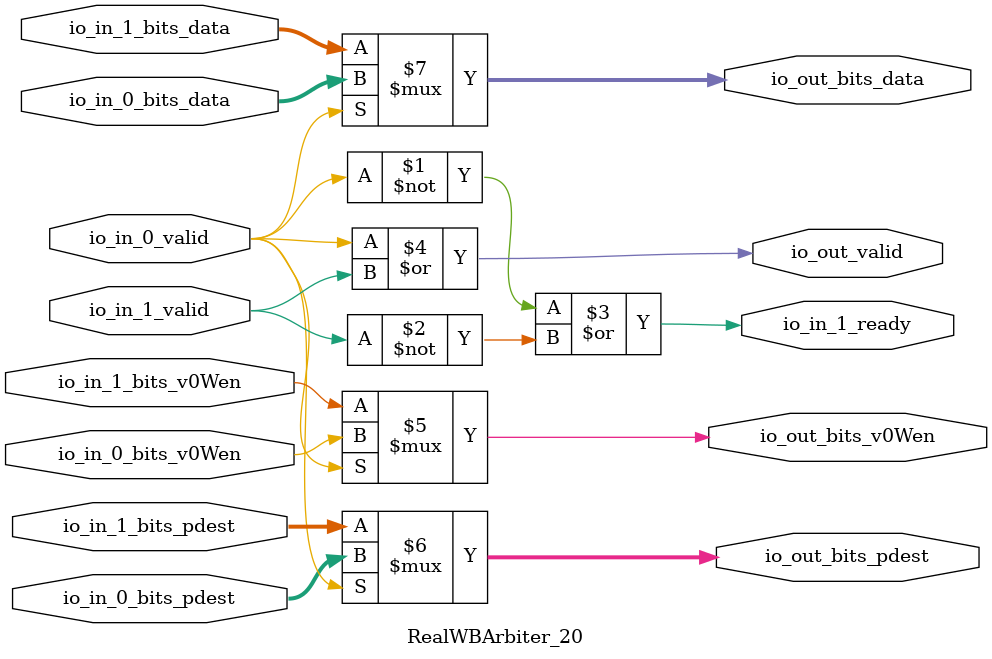
<source format=sv>
`ifndef RANDOMIZE
  `ifdef RANDOMIZE_MEM_INIT
    `define RANDOMIZE
  `endif // RANDOMIZE_MEM_INIT
`endif // not def RANDOMIZE
`ifndef RANDOMIZE
  `ifdef RANDOMIZE_REG_INIT
    `define RANDOMIZE
  `endif // RANDOMIZE_REG_INIT
`endif // not def RANDOMIZE

`ifndef RANDOM
  `define RANDOM $random
`endif // not def RANDOM

// Users can define INIT_RANDOM as general code that gets injected into the
// initializer block for modules with registers.
`ifndef INIT_RANDOM
  `define INIT_RANDOM
`endif // not def INIT_RANDOM

// If using random initialization, you can also define RANDOMIZE_DELAY to
// customize the delay used, otherwise 0.002 is used.
`ifndef RANDOMIZE_DELAY
  `define RANDOMIZE_DELAY 0.002
`endif // not def RANDOMIZE_DELAY

// Define INIT_RANDOM_PROLOG_ for use in our modules below.
`ifndef INIT_RANDOM_PROLOG_
  `ifdef RANDOMIZE
    `ifdef VERILATOR
      `define INIT_RANDOM_PROLOG_ `INIT_RANDOM
    `else  // VERILATOR
      `define INIT_RANDOM_PROLOG_ `INIT_RANDOM #`RANDOMIZE_DELAY begin end
    `endif // VERILATOR
  `else  // RANDOMIZE
    `define INIT_RANDOM_PROLOG_
  `endif // RANDOMIZE
`endif // not def INIT_RANDOM_PROLOG_

// Include register initializers in init blocks unless synthesis is set
`ifndef SYNTHESIS
  `ifndef ENABLE_INITIAL_REG_
    `define ENABLE_INITIAL_REG_
  `endif // not def ENABLE_INITIAL_REG_
`endif // not def SYNTHESIS

// Include rmemory initializers in init blocks unless synthesis is set
`ifndef SYNTHESIS
  `ifndef ENABLE_INITIAL_MEM_
    `define ENABLE_INITIAL_MEM_
  `endif // not def ENABLE_INITIAL_MEM_
`endif // not def SYNTHESIS

module RealWBArbiter_20(
  input          io_in_0_valid,
  input          io_in_0_bits_v0Wen,
  input  [4:0]   io_in_0_bits_pdest,
  input  [127:0] io_in_0_bits_data,
  output         io_in_1_ready,
  input          io_in_1_valid,
  input          io_in_1_bits_v0Wen,
  input  [4:0]   io_in_1_bits_pdest,
  input  [127:0] io_in_1_bits_data,
  output         io_out_valid,
  output         io_out_bits_v0Wen,
  output [4:0]   io_out_bits_pdest,
  output [127:0] io_out_bits_data
);

  assign io_in_1_ready = ~io_in_0_valid | ~io_in_1_valid;
  assign io_out_valid = io_in_0_valid | io_in_1_valid;
  assign io_out_bits_v0Wen = io_in_0_valid ? io_in_0_bits_v0Wen : io_in_1_bits_v0Wen;
  assign io_out_bits_pdest = io_in_0_valid ? io_in_0_bits_pdest : io_in_1_bits_pdest;
  assign io_out_bits_data = io_in_0_valid ? io_in_0_bits_data : io_in_1_bits_data;
endmodule


</source>
